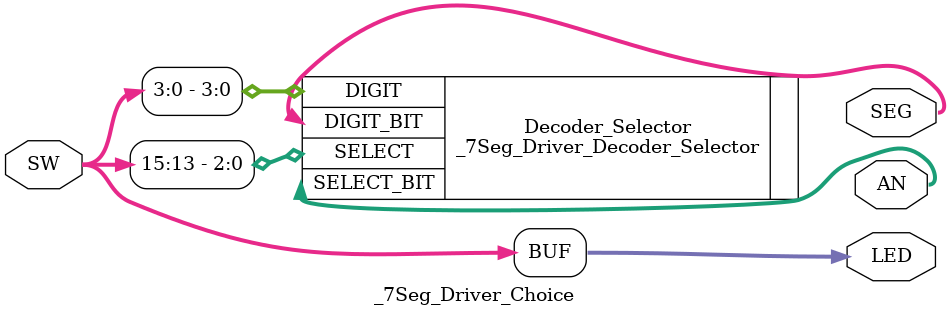
<source format=v>
`timescale 1ns / 1ps

module _7Seg_Driver_Choice(SW, SEG, AN, LED);
    input [15:0] SW; // 16 Î»²¦¶¯¿ª¹Ø
    output [7:0] SEG; // 7 ¶ÎÊýÂë¹ÜÇý¶¯£¬µÍµçÆ½ÓÐÐ§
    output [7:0] AN; // 7 ¶ÎÊýÂë¹ÜÆ¬Ñ¡ÐÅºÅ£¬µÍµçÆ½ÓÐÐ§
    output [15:0] LED; // 16 Î» LED ÏÔÊ¾
    //    ÓÃ SW[3:0]ÊäÈë´ýÏÔÊ¾µÄµ¥¸öÊý×Ö¡£
    //    ÓÃ SW[15:13]Ñ¡Ôñ±»Çý¶¯µÄ 7 ¶ÎÊýÂë¹Ü¡£
    //    ÓÃ LED[15:0]ÏÔÊ¾ SW µÄ×´Ì¬¡£
    
    assign LED=SW;
    
    _7Seg_Driver_Decoder_Selector Decoder_Selector(
            .DIGIT(SW[3:0]), 
            .SELECT(SW[15:13]), 
            .DIGIT_BIT(SEG[7:0]),
            .SELECT_BIT(AN[7:0])
            );
endmodule







</source>
